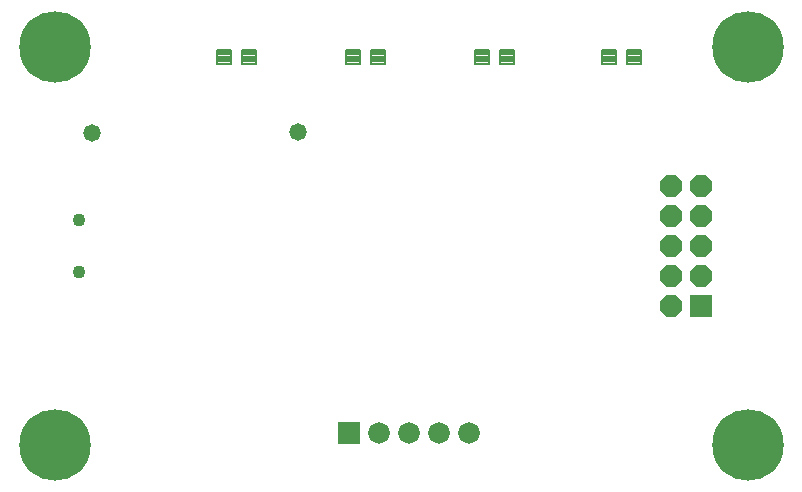
<source format=gbs>
G75*
G70*
%OFA0B0*%
%FSLAX24Y24*%
%IPPOS*%
%LPD*%
%AMOC8*
5,1,8,0,0,1.08239X$1,22.5*
%
%ADD10C,0.0083*%
%ADD11C,0.2380*%
%ADD12C,0.0434*%
%ADD13R,0.0720X0.0720*%
%ADD14OC8,0.0720*%
%ADD15C,0.0720*%
%ADD16C,0.0580*%
D10*
X008548Y018978D02*
X008548Y019448D01*
X008548Y018978D02*
X008078Y018978D01*
X008078Y019448D01*
X008548Y019448D01*
X008548Y019060D02*
X008078Y019060D01*
X008078Y019142D02*
X008548Y019142D01*
X008548Y019224D02*
X008078Y019224D01*
X008078Y019306D02*
X008548Y019306D01*
X008548Y019388D02*
X008078Y019388D01*
X009375Y019448D02*
X009375Y018978D01*
X008905Y018978D01*
X008905Y019448D01*
X009375Y019448D01*
X009375Y019060D02*
X008905Y019060D01*
X008905Y019142D02*
X009375Y019142D01*
X009375Y019224D02*
X008905Y019224D01*
X008905Y019306D02*
X009375Y019306D01*
X009375Y019388D02*
X008905Y019388D01*
X012848Y019448D02*
X012848Y018978D01*
X012378Y018978D01*
X012378Y019448D01*
X012848Y019448D01*
X012848Y019060D02*
X012378Y019060D01*
X012378Y019142D02*
X012848Y019142D01*
X012848Y019224D02*
X012378Y019224D01*
X012378Y019306D02*
X012848Y019306D01*
X012848Y019388D02*
X012378Y019388D01*
X013675Y019448D02*
X013675Y018978D01*
X013205Y018978D01*
X013205Y019448D01*
X013675Y019448D01*
X013675Y019060D02*
X013205Y019060D01*
X013205Y019142D02*
X013675Y019142D01*
X013675Y019224D02*
X013205Y019224D01*
X013205Y019306D02*
X013675Y019306D01*
X013675Y019388D02*
X013205Y019388D01*
X017148Y019448D02*
X017148Y018978D01*
X016678Y018978D01*
X016678Y019448D01*
X017148Y019448D01*
X017148Y019060D02*
X016678Y019060D01*
X016678Y019142D02*
X017148Y019142D01*
X017148Y019224D02*
X016678Y019224D01*
X016678Y019306D02*
X017148Y019306D01*
X017148Y019388D02*
X016678Y019388D01*
X017975Y019448D02*
X017975Y018978D01*
X017505Y018978D01*
X017505Y019448D01*
X017975Y019448D01*
X017975Y019060D02*
X017505Y019060D01*
X017505Y019142D02*
X017975Y019142D01*
X017975Y019224D02*
X017505Y019224D01*
X017505Y019306D02*
X017975Y019306D01*
X017975Y019388D02*
X017505Y019388D01*
X021398Y019448D02*
X021398Y018978D01*
X020928Y018978D01*
X020928Y019448D01*
X021398Y019448D01*
X021398Y019060D02*
X020928Y019060D01*
X020928Y019142D02*
X021398Y019142D01*
X021398Y019224D02*
X020928Y019224D01*
X020928Y019306D02*
X021398Y019306D01*
X021398Y019388D02*
X020928Y019388D01*
X022225Y019448D02*
X022225Y018978D01*
X021755Y018978D01*
X021755Y019448D01*
X022225Y019448D01*
X022225Y019060D02*
X021755Y019060D01*
X021755Y019142D02*
X022225Y019142D01*
X022225Y019224D02*
X021755Y019224D01*
X021755Y019306D02*
X022225Y019306D01*
X022225Y019388D02*
X021755Y019388D01*
D11*
X002681Y006289D03*
X025772Y006289D03*
X025772Y019537D03*
X002681Y019537D03*
D12*
X003501Y013780D03*
X003501Y012047D03*
D13*
X012476Y006663D03*
X024226Y010913D03*
D14*
X023226Y010913D03*
X023226Y011913D03*
X024226Y011913D03*
X024226Y012913D03*
X023226Y012913D03*
X023226Y013913D03*
X024226Y013913D03*
X024226Y014913D03*
X023226Y014913D03*
D15*
X016476Y006663D03*
X015476Y006663D03*
X014476Y006663D03*
X013476Y006663D03*
D16*
X003926Y016663D03*
X010776Y016713D03*
M02*

</source>
